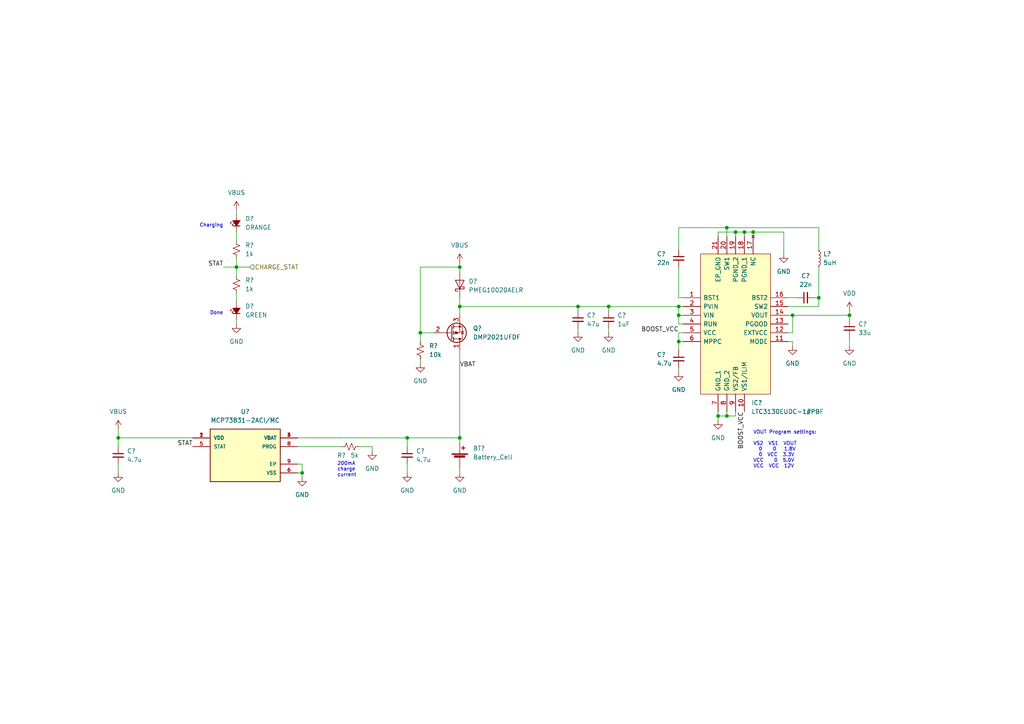
<source format=kicad_sch>
(kicad_sch (version 20211123) (generator eeschema)

  (uuid f898d68a-fed0-4b37-9e67-d53d7f30b840)

  (paper "A4")

  (lib_symbols
    (symbol "Device:Battery_Cell" (pin_numbers hide) (pin_names (offset 0) hide) (in_bom yes) (on_board yes)
      (property "Reference" "BT" (id 0) (at 2.54 2.54 0)
        (effects (font (size 1.27 1.27)) (justify left))
      )
      (property "Value" "Battery_Cell" (id 1) (at 2.54 0 0)
        (effects (font (size 1.27 1.27)) (justify left))
      )
      (property "Footprint" "" (id 2) (at 0 1.524 90)
        (effects (font (size 1.27 1.27)) hide)
      )
      (property "Datasheet" "~" (id 3) (at 0 1.524 90)
        (effects (font (size 1.27 1.27)) hide)
      )
      (property "ki_keywords" "battery cell" (id 4) (at 0 0 0)
        (effects (font (size 1.27 1.27)) hide)
      )
      (property "ki_description" "Single-cell battery" (id 5) (at 0 0 0)
        (effects (font (size 1.27 1.27)) hide)
      )
      (symbol "Battery_Cell_0_1"
        (rectangle (start -2.286 1.778) (end 2.286 1.524)
          (stroke (width 0) (type default) (color 0 0 0 0))
          (fill (type outline))
        )
        (rectangle (start -1.5748 1.1938) (end 1.4732 0.6858)
          (stroke (width 0) (type default) (color 0 0 0 0))
          (fill (type outline))
        )
        (polyline
          (pts
            (xy 0 0.762)
            (xy 0 0)
          )
          (stroke (width 0) (type default) (color 0 0 0 0))
          (fill (type none))
        )
        (polyline
          (pts
            (xy 0 1.778)
            (xy 0 2.54)
          )
          (stroke (width 0) (type default) (color 0 0 0 0))
          (fill (type none))
        )
        (polyline
          (pts
            (xy 0.508 3.429)
            (xy 1.524 3.429)
          )
          (stroke (width 0.254) (type default) (color 0 0 0 0))
          (fill (type none))
        )
        (polyline
          (pts
            (xy 1.016 3.937)
            (xy 1.016 2.921)
          )
          (stroke (width 0.254) (type default) (color 0 0 0 0))
          (fill (type none))
        )
      )
      (symbol "Battery_Cell_1_1"
        (pin passive line (at 0 5.08 270) (length 2.54)
          (name "+" (effects (font (size 1.27 1.27))))
          (number "1" (effects (font (size 1.27 1.27))))
        )
        (pin passive line (at 0 -2.54 90) (length 2.54)
          (name "-" (effects (font (size 1.27 1.27))))
          (number "2" (effects (font (size 1.27 1.27))))
        )
      )
    )
    (symbol "Device:C_Small" (pin_numbers hide) (pin_names (offset 0.254) hide) (in_bom yes) (on_board yes)
      (property "Reference" "C" (id 0) (at 0.254 1.778 0)
        (effects (font (size 1.27 1.27)) (justify left))
      )
      (property "Value" "C_Small" (id 1) (at 0.254 -2.032 0)
        (effects (font (size 1.27 1.27)) (justify left))
      )
      (property "Footprint" "" (id 2) (at 0 0 0)
        (effects (font (size 1.27 1.27)) hide)
      )
      (property "Datasheet" "~" (id 3) (at 0 0 0)
        (effects (font (size 1.27 1.27)) hide)
      )
      (property "ki_keywords" "capacitor cap" (id 4) (at 0 0 0)
        (effects (font (size 1.27 1.27)) hide)
      )
      (property "ki_description" "Unpolarized capacitor, small symbol" (id 5) (at 0 0 0)
        (effects (font (size 1.27 1.27)) hide)
      )
      (property "ki_fp_filters" "C_*" (id 6) (at 0 0 0)
        (effects (font (size 1.27 1.27)) hide)
      )
      (symbol "C_Small_0_1"
        (polyline
          (pts
            (xy -1.524 -0.508)
            (xy 1.524 -0.508)
          )
          (stroke (width 0.3302) (type default) (color 0 0 0 0))
          (fill (type none))
        )
        (polyline
          (pts
            (xy -1.524 0.508)
            (xy 1.524 0.508)
          )
          (stroke (width 0.3048) (type default) (color 0 0 0 0))
          (fill (type none))
        )
      )
      (symbol "C_Small_1_1"
        (pin passive line (at 0 2.54 270) (length 2.032)
          (name "~" (effects (font (size 1.27 1.27))))
          (number "1" (effects (font (size 1.27 1.27))))
        )
        (pin passive line (at 0 -2.54 90) (length 2.032)
          (name "~" (effects (font (size 1.27 1.27))))
          (number "2" (effects (font (size 1.27 1.27))))
        )
      )
    )
    (symbol "Device:LED_Small_Filled" (pin_numbers hide) (pin_names (offset 0.254) hide) (in_bom yes) (on_board yes)
      (property "Reference" "D" (id 0) (at -1.27 3.175 0)
        (effects (font (size 1.27 1.27)) (justify left))
      )
      (property "Value" "LED_Small_Filled" (id 1) (at -4.445 -2.54 0)
        (effects (font (size 1.27 1.27)) (justify left))
      )
      (property "Footprint" "" (id 2) (at 0 0 90)
        (effects (font (size 1.27 1.27)) hide)
      )
      (property "Datasheet" "~" (id 3) (at 0 0 90)
        (effects (font (size 1.27 1.27)) hide)
      )
      (property "ki_keywords" "LED diode light-emitting-diode" (id 4) (at 0 0 0)
        (effects (font (size 1.27 1.27)) hide)
      )
      (property "ki_description" "Light emitting diode, small symbol, filled shape" (id 5) (at 0 0 0)
        (effects (font (size 1.27 1.27)) hide)
      )
      (property "ki_fp_filters" "LED* LED_SMD:* LED_THT:*" (id 6) (at 0 0 0)
        (effects (font (size 1.27 1.27)) hide)
      )
      (symbol "LED_Small_Filled_0_1"
        (polyline
          (pts
            (xy -0.762 -1.016)
            (xy -0.762 1.016)
          )
          (stroke (width 0.254) (type default) (color 0 0 0 0))
          (fill (type none))
        )
        (polyline
          (pts
            (xy 1.016 0)
            (xy -0.762 0)
          )
          (stroke (width 0) (type default) (color 0 0 0 0))
          (fill (type none))
        )
        (polyline
          (pts
            (xy 0.762 -1.016)
            (xy -0.762 0)
            (xy 0.762 1.016)
            (xy 0.762 -1.016)
          )
          (stroke (width 0.254) (type default) (color 0 0 0 0))
          (fill (type outline))
        )
        (polyline
          (pts
            (xy 0 0.762)
            (xy -0.508 1.27)
            (xy -0.254 1.27)
            (xy -0.508 1.27)
            (xy -0.508 1.016)
          )
          (stroke (width 0) (type default) (color 0 0 0 0))
          (fill (type none))
        )
        (polyline
          (pts
            (xy 0.508 1.27)
            (xy 0 1.778)
            (xy 0.254 1.778)
            (xy 0 1.778)
            (xy 0 1.524)
          )
          (stroke (width 0) (type default) (color 0 0 0 0))
          (fill (type none))
        )
      )
      (symbol "LED_Small_Filled_1_1"
        (pin passive line (at -2.54 0 0) (length 1.778)
          (name "K" (effects (font (size 1.27 1.27))))
          (number "1" (effects (font (size 1.27 1.27))))
        )
        (pin passive line (at 2.54 0 180) (length 1.778)
          (name "A" (effects (font (size 1.27 1.27))))
          (number "2" (effects (font (size 1.27 1.27))))
        )
      )
    )
    (symbol "Device:L_Small" (pin_numbers hide) (pin_names (offset 0.254) hide) (in_bom yes) (on_board yes)
      (property "Reference" "L" (id 0) (at 0.762 1.016 0)
        (effects (font (size 1.27 1.27)) (justify left))
      )
      (property "Value" "L_Small" (id 1) (at 0.762 -1.016 0)
        (effects (font (size 1.27 1.27)) (justify left))
      )
      (property "Footprint" "" (id 2) (at 0 0 0)
        (effects (font (size 1.27 1.27)) hide)
      )
      (property "Datasheet" "~" (id 3) (at 0 0 0)
        (effects (font (size 1.27 1.27)) hide)
      )
      (property "ki_keywords" "inductor choke coil reactor magnetic" (id 4) (at 0 0 0)
        (effects (font (size 1.27 1.27)) hide)
      )
      (property "ki_description" "Inductor, small symbol" (id 5) (at 0 0 0)
        (effects (font (size 1.27 1.27)) hide)
      )
      (property "ki_fp_filters" "Choke_* *Coil* Inductor_* L_*" (id 6) (at 0 0 0)
        (effects (font (size 1.27 1.27)) hide)
      )
      (symbol "L_Small_0_1"
        (arc (start 0 -2.032) (mid 0.508 -1.524) (end 0 -1.016)
          (stroke (width 0) (type default) (color 0 0 0 0))
          (fill (type none))
        )
        (arc (start 0 -1.016) (mid 0.508 -0.508) (end 0 0)
          (stroke (width 0) (type default) (color 0 0 0 0))
          (fill (type none))
        )
        (arc (start 0 0) (mid 0.508 0.508) (end 0 1.016)
          (stroke (width 0) (type default) (color 0 0 0 0))
          (fill (type none))
        )
        (arc (start 0 1.016) (mid 0.508 1.524) (end 0 2.032)
          (stroke (width 0) (type default) (color 0 0 0 0))
          (fill (type none))
        )
      )
      (symbol "L_Small_1_1"
        (pin passive line (at 0 2.54 270) (length 0.508)
          (name "~" (effects (font (size 1.27 1.27))))
          (number "1" (effects (font (size 1.27 1.27))))
        )
        (pin passive line (at 0 -2.54 90) (length 0.508)
          (name "~" (effects (font (size 1.27 1.27))))
          (number "2" (effects (font (size 1.27 1.27))))
        )
      )
    )
    (symbol "Device:Q_PMOS_DGS" (pin_names (offset 0) hide) (in_bom yes) (on_board yes)
      (property "Reference" "Q" (id 0) (at 5.08 1.27 0)
        (effects (font (size 1.27 1.27)) (justify left))
      )
      (property "Value" "Q_PMOS_DGS" (id 1) (at 5.08 -1.27 0)
        (effects (font (size 1.27 1.27)) (justify left))
      )
      (property "Footprint" "" (id 2) (at 5.08 2.54 0)
        (effects (font (size 1.27 1.27)) hide)
      )
      (property "Datasheet" "~" (id 3) (at 0 0 0)
        (effects (font (size 1.27 1.27)) hide)
      )
      (property "ki_keywords" "transistor PMOS P-MOS P-MOSFET" (id 4) (at 0 0 0)
        (effects (font (size 1.27 1.27)) hide)
      )
      (property "ki_description" "P-MOSFET transistor, drain/gate/source" (id 5) (at 0 0 0)
        (effects (font (size 1.27 1.27)) hide)
      )
      (symbol "Q_PMOS_DGS_0_1"
        (polyline
          (pts
            (xy 0.254 0)
            (xy -2.54 0)
          )
          (stroke (width 0) (type default) (color 0 0 0 0))
          (fill (type none))
        )
        (polyline
          (pts
            (xy 0.254 1.905)
            (xy 0.254 -1.905)
          )
          (stroke (width 0.254) (type default) (color 0 0 0 0))
          (fill (type none))
        )
        (polyline
          (pts
            (xy 0.762 -1.27)
            (xy 0.762 -2.286)
          )
          (stroke (width 0.254) (type default) (color 0 0 0 0))
          (fill (type none))
        )
        (polyline
          (pts
            (xy 0.762 0.508)
            (xy 0.762 -0.508)
          )
          (stroke (width 0.254) (type default) (color 0 0 0 0))
          (fill (type none))
        )
        (polyline
          (pts
            (xy 0.762 2.286)
            (xy 0.762 1.27)
          )
          (stroke (width 0.254) (type default) (color 0 0 0 0))
          (fill (type none))
        )
        (polyline
          (pts
            (xy 2.54 2.54)
            (xy 2.54 1.778)
          )
          (stroke (width 0) (type default) (color 0 0 0 0))
          (fill (type none))
        )
        (polyline
          (pts
            (xy 2.54 -2.54)
            (xy 2.54 0)
            (xy 0.762 0)
          )
          (stroke (width 0) (type default) (color 0 0 0 0))
          (fill (type none))
        )
        (polyline
          (pts
            (xy 0.762 1.778)
            (xy 3.302 1.778)
            (xy 3.302 -1.778)
            (xy 0.762 -1.778)
          )
          (stroke (width 0) (type default) (color 0 0 0 0))
          (fill (type none))
        )
        (polyline
          (pts
            (xy 2.286 0)
            (xy 1.27 0.381)
            (xy 1.27 -0.381)
            (xy 2.286 0)
          )
          (stroke (width 0) (type default) (color 0 0 0 0))
          (fill (type outline))
        )
        (polyline
          (pts
            (xy 2.794 -0.508)
            (xy 2.921 -0.381)
            (xy 3.683 -0.381)
            (xy 3.81 -0.254)
          )
          (stroke (width 0) (type default) (color 0 0 0 0))
          (fill (type none))
        )
        (polyline
          (pts
            (xy 3.302 -0.381)
            (xy 2.921 0.254)
            (xy 3.683 0.254)
            (xy 3.302 -0.381)
          )
          (stroke (width 0) (type default) (color 0 0 0 0))
          (fill (type none))
        )
        (circle (center 1.651 0) (radius 2.794)
          (stroke (width 0.254) (type default) (color 0 0 0 0))
          (fill (type none))
        )
        (circle (center 2.54 -1.778) (radius 0.254)
          (stroke (width 0) (type default) (color 0 0 0 0))
          (fill (type outline))
        )
        (circle (center 2.54 1.778) (radius 0.254)
          (stroke (width 0) (type default) (color 0 0 0 0))
          (fill (type outline))
        )
      )
      (symbol "Q_PMOS_DGS_1_1"
        (pin passive line (at 2.54 5.08 270) (length 2.54)
          (name "D" (effects (font (size 1.27 1.27))))
          (number "1" (effects (font (size 1.27 1.27))))
        )
        (pin input line (at -5.08 0 0) (length 2.54)
          (name "G" (effects (font (size 1.27 1.27))))
          (number "2" (effects (font (size 1.27 1.27))))
        )
        (pin passive line (at 2.54 -5.08 90) (length 2.54)
          (name "S" (effects (font (size 1.27 1.27))))
          (number "3" (effects (font (size 1.27 1.27))))
        )
      )
    )
    (symbol "Device:R_Small_US" (pin_numbers hide) (pin_names (offset 0.254) hide) (in_bom yes) (on_board yes)
      (property "Reference" "R" (id 0) (at 0.762 0.508 0)
        (effects (font (size 1.27 1.27)) (justify left))
      )
      (property "Value" "R_Small_US" (id 1) (at 0.762 -1.016 0)
        (effects (font (size 1.27 1.27)) (justify left))
      )
      (property "Footprint" "" (id 2) (at 0 0 0)
        (effects (font (size 1.27 1.27)) hide)
      )
      (property "Datasheet" "~" (id 3) (at 0 0 0)
        (effects (font (size 1.27 1.27)) hide)
      )
      (property "ki_keywords" "r resistor" (id 4) (at 0 0 0)
        (effects (font (size 1.27 1.27)) hide)
      )
      (property "ki_description" "Resistor, small US symbol" (id 5) (at 0 0 0)
        (effects (font (size 1.27 1.27)) hide)
      )
      (property "ki_fp_filters" "R_*" (id 6) (at 0 0 0)
        (effects (font (size 1.27 1.27)) hide)
      )
      (symbol "R_Small_US_1_1"
        (polyline
          (pts
            (xy 0 0)
            (xy 1.016 -0.381)
            (xy 0 -0.762)
            (xy -1.016 -1.143)
            (xy 0 -1.524)
          )
          (stroke (width 0) (type default) (color 0 0 0 0))
          (fill (type none))
        )
        (polyline
          (pts
            (xy 0 1.524)
            (xy 1.016 1.143)
            (xy 0 0.762)
            (xy -1.016 0.381)
            (xy 0 0)
          )
          (stroke (width 0) (type default) (color 0 0 0 0))
          (fill (type none))
        )
        (pin passive line (at 0 2.54 270) (length 1.016)
          (name "~" (effects (font (size 1.27 1.27))))
          (number "1" (effects (font (size 1.27 1.27))))
        )
        (pin passive line (at 0 -2.54 90) (length 1.016)
          (name "~" (effects (font (size 1.27 1.27))))
          (number "2" (effects (font (size 1.27 1.27))))
        )
      )
    )
    (symbol "Diode:PMEG10020AELR" (pin_numbers hide) (pin_names hide) (in_bom yes) (on_board yes)
      (property "Reference" "D" (id 0) (at 0 2.54 0)
        (effects (font (size 1.27 1.27)))
      )
      (property "Value" "PMEG10020AELR" (id 1) (at 0 -2.54 0)
        (effects (font (size 1.27 1.27)))
      )
      (property "Footprint" "Diode_SMD:Nexperia_CFP3_SOD-123W" (id 2) (at 0 -4.445 0)
        (effects (font (size 1.27 1.27)) hide)
      )
      (property "Datasheet" "https://assets.nexperia.com/documents/data-sheet/PMEG10020AELR.pdf" (id 3) (at 0 0 0)
        (effects (font (size 1.27 1.27)) hide)
      )
      (property "ki_keywords" "ir diode" (id 4) (at 0 0 0)
        (effects (font (size 1.27 1.27)) hide)
      )
      (property "ki_description" "100V, 2A low leakage current MEGA Schottky barrier rectifier, SOD-123W" (id 5) (at 0 0 0)
        (effects (font (size 1.27 1.27)) hide)
      )
      (property "ki_fp_filters" "Nexperia*CFP3*SOD?123W*" (id 6) (at 0 0 0)
        (effects (font (size 1.27 1.27)) hide)
      )
      (symbol "PMEG10020AELR_0_1"
        (polyline
          (pts
            (xy 1.27 0)
            (xy -1.27 0)
          )
          (stroke (width 0) (type default) (color 0 0 0 0))
          (fill (type none))
        )
        (polyline
          (pts
            (xy 1.27 1.27)
            (xy 1.27 -1.27)
            (xy -1.27 0)
            (xy 1.27 1.27)
          )
          (stroke (width 0.2032) (type default) (color 0 0 0 0))
          (fill (type none))
        )
        (polyline
          (pts
            (xy -1.905 0.635)
            (xy -1.905 1.27)
            (xy -1.27 1.27)
            (xy -1.27 -1.27)
            (xy -0.635 -1.27)
            (xy -0.635 -0.635)
          )
          (stroke (width 0.2032) (type default) (color 0 0 0 0))
          (fill (type none))
        )
      )
      (symbol "PMEG10020AELR_1_1"
        (pin passive line (at -3.81 0 0) (length 2.54)
          (name "K" (effects (font (size 1.27 1.27))))
          (number "1" (effects (font (size 1.27 1.27))))
        )
        (pin passive line (at 3.81 0 180) (length 2.54)
          (name "A" (effects (font (size 1.27 1.27))))
          (number "2" (effects (font (size 1.27 1.27))))
        )
      )
    )
    (symbol "power:GND" (power) (pin_names (offset 0)) (in_bom yes) (on_board yes)
      (property "Reference" "#PWR" (id 0) (at 0 -6.35 0)
        (effects (font (size 1.27 1.27)) hide)
      )
      (property "Value" "GND" (id 1) (at 0 -3.81 0)
        (effects (font (size 1.27 1.27)))
      )
      (property "Footprint" "" (id 2) (at 0 0 0)
        (effects (font (size 1.27 1.27)) hide)
      )
      (property "Datasheet" "" (id 3) (at 0 0 0)
        (effects (font (size 1.27 1.27)) hide)
      )
      (property "ki_keywords" "power-flag" (id 4) (at 0 0 0)
        (effects (font (size 1.27 1.27)) hide)
      )
      (property "ki_description" "Power symbol creates a global label with name \"GND\" , ground" (id 5) (at 0 0 0)
        (effects (font (size 1.27 1.27)) hide)
      )
      (symbol "GND_0_1"
        (polyline
          (pts
            (xy 0 0)
            (xy 0 -1.27)
            (xy 1.27 -1.27)
            (xy 0 -2.54)
            (xy -1.27 -1.27)
            (xy 0 -1.27)
          )
          (stroke (width 0) (type default) (color 0 0 0 0))
          (fill (type none))
        )
      )
      (symbol "GND_1_1"
        (pin power_in line (at 0 0 270) (length 0) hide
          (name "GND" (effects (font (size 1.27 1.27))))
          (number "1" (effects (font (size 1.27 1.27))))
        )
      )
    )
    (symbol "power:VBUS" (power) (pin_names (offset 0)) (in_bom yes) (on_board yes)
      (property "Reference" "#PWR" (id 0) (at 0 -3.81 0)
        (effects (font (size 1.27 1.27)) hide)
      )
      (property "Value" "VBUS" (id 1) (at 0 3.81 0)
        (effects (font (size 1.27 1.27)))
      )
      (property "Footprint" "" (id 2) (at 0 0 0)
        (effects (font (size 1.27 1.27)) hide)
      )
      (property "Datasheet" "" (id 3) (at 0 0 0)
        (effects (font (size 1.27 1.27)) hide)
      )
      (property "ki_keywords" "power-flag" (id 4) (at 0 0 0)
        (effects (font (size 1.27 1.27)) hide)
      )
      (property "ki_description" "Power symbol creates a global label with name \"VBUS\"" (id 5) (at 0 0 0)
        (effects (font (size 1.27 1.27)) hide)
      )
      (symbol "VBUS_0_1"
        (polyline
          (pts
            (xy -0.762 1.27)
            (xy 0 2.54)
          )
          (stroke (width 0) (type default) (color 0 0 0 0))
          (fill (type none))
        )
        (polyline
          (pts
            (xy 0 0)
            (xy 0 2.54)
          )
          (stroke (width 0) (type default) (color 0 0 0 0))
          (fill (type none))
        )
        (polyline
          (pts
            (xy 0 2.54)
            (xy 0.762 1.27)
          )
          (stroke (width 0) (type default) (color 0 0 0 0))
          (fill (type none))
        )
      )
      (symbol "VBUS_1_1"
        (pin power_in line (at 0 0 90) (length 0) hide
          (name "VBUS" (effects (font (size 1.27 1.27))))
          (number "1" (effects (font (size 1.27 1.27))))
        )
      )
    )
    (symbol "power:VDD" (power) (pin_names (offset 0)) (in_bom yes) (on_board yes)
      (property "Reference" "#PWR" (id 0) (at 0 -3.81 0)
        (effects (font (size 1.27 1.27)) hide)
      )
      (property "Value" "VDD" (id 1) (at 0 3.81 0)
        (effects (font (size 1.27 1.27)))
      )
      (property "Footprint" "" (id 2) (at 0 0 0)
        (effects (font (size 1.27 1.27)) hide)
      )
      (property "Datasheet" "" (id 3) (at 0 0 0)
        (effects (font (size 1.27 1.27)) hide)
      )
      (property "ki_keywords" "power-flag" (id 4) (at 0 0 0)
        (effects (font (size 1.27 1.27)) hide)
      )
      (property "ki_description" "Power symbol creates a global label with name \"VDD\"" (id 5) (at 0 0 0)
        (effects (font (size 1.27 1.27)) hide)
      )
      (symbol "VDD_0_1"
        (polyline
          (pts
            (xy -0.762 1.27)
            (xy 0 2.54)
          )
          (stroke (width 0) (type default) (color 0 0 0 0))
          (fill (type none))
        )
        (polyline
          (pts
            (xy 0 0)
            (xy 0 2.54)
          )
          (stroke (width 0) (type default) (color 0 0 0 0))
          (fill (type none))
        )
        (polyline
          (pts
            (xy 0 2.54)
            (xy 0.762 1.27)
          )
          (stroke (width 0) (type default) (color 0 0 0 0))
          (fill (type none))
        )
      )
      (symbol "VDD_1_1"
        (pin power_in line (at 0 0 90) (length 0) hide
          (name "VDD" (effects (font (size 1.27 1.27))))
          (number "1" (effects (font (size 1.27 1.27))))
        )
      )
    )
    (symbol "watch:LTC3130EUDC-1#PBF" (pin_names (offset 0.762)) (in_bom yes) (on_board yes)
      (property "Reference" "IC" (id 0) (at 26.67 17.78 0)
        (effects (font (size 1.27 1.27)) (justify left))
      )
      (property "Value" "LTC3130EUDC-1#PBF" (id 1) (at 26.67 15.24 0)
        (effects (font (size 1.27 1.27)) (justify left))
      )
      (property "Footprint" "QFN50P300X400X80-21M-D" (id 2) (at 26.67 12.7 0)
        (effects (font (size 1.27 1.27)) (justify left) hide)
      )
      (property "Datasheet" "https://www.analog.com/media/en/technical-documentation/data-sheets/3130f.pdf" (id 3) (at 26.67 10.16 0)
        (effects (font (size 1.27 1.27)) (justify left) hide)
      )
      (property "Description" "Switching Voltage Regulators 25V, 600mA Buck-Boost DC/DC Converter with 1.6 A Quiescent Current" (id 4) (at 26.67 7.62 0)
        (effects (font (size 1.27 1.27)) (justify left) hide)
      )
      (property "Height" "0.8" (id 5) (at 26.67 5.08 0)
        (effects (font (size 1.27 1.27)) (justify left) hide)
      )
      (property "Mouser Part Number" "584-LTC3130EUDC-1PBF" (id 6) (at 26.67 2.54 0)
        (effects (font (size 1.27 1.27)) (justify left) hide)
      )
      (property "Mouser Price/Stock" "https://www.mouser.co.uk/ProductDetail/Analog-Devices/LTC3130EUDC-1PBF?qs=oahfZPh6IAJ7h%252BGEAv2v9w%3D%3D" (id 7) (at 26.67 0 0)
        (effects (font (size 1.27 1.27)) (justify left) hide)
      )
      (property "Manufacturer_Name" "Analog Devices" (id 8) (at 26.67 -2.54 0)
        (effects (font (size 1.27 1.27)) (justify left) hide)
      )
      (property "Manufacturer_Part_Number" "LTC3130EUDC-1#PBF" (id 9) (at 26.67 -5.08 0)
        (effects (font (size 1.27 1.27)) (justify left) hide)
      )
      (property "ki_description" "Switching Voltage Regulators 25V, 600mA Buck-Boost DC/DC Converter with 1.6 A Quiescent Current" (id 10) (at 0 0 0)
        (effects (font (size 1.27 1.27)) hide)
      )
      (symbol "LTC3130EUDC-1#PBF_0_0"
        (pin passive line (at 0 0 0) (length 5.08)
          (name "BST1" (effects (font (size 1.27 1.27))))
          (number "1" (effects (font (size 1.27 1.27))))
        )
        (pin passive line (at 17.78 -33.02 90) (length 5.08)
          (name "VS1/ILIM" (effects (font (size 1.27 1.27))))
          (number "10" (effects (font (size 1.27 1.27))))
        )
        (pin passive line (at 30.48 -12.7 180) (length 5.08)
          (name "MODE" (effects (font (size 1.27 1.27))))
          (number "11" (effects (font (size 1.27 1.27))))
        )
        (pin passive line (at 30.48 -10.16 180) (length 5.08)
          (name "EXTVCC" (effects (font (size 1.27 1.27))))
          (number "12" (effects (font (size 1.27 1.27))))
        )
        (pin passive line (at 30.48 -7.62 180) (length 5.08)
          (name "PGOOD" (effects (font (size 1.27 1.27))))
          (number "13" (effects (font (size 1.27 1.27))))
        )
        (pin passive line (at 30.48 -5.08 180) (length 5.08)
          (name "VOUT" (effects (font (size 1.27 1.27))))
          (number "14" (effects (font (size 1.27 1.27))))
        )
        (pin passive line (at 30.48 -2.54 180) (length 5.08)
          (name "SW2" (effects (font (size 1.27 1.27))))
          (number "15" (effects (font (size 1.27 1.27))))
        )
        (pin passive line (at 30.48 0 180) (length 5.08)
          (name "BST2" (effects (font (size 1.27 1.27))))
          (number "16" (effects (font (size 1.27 1.27))))
        )
        (pin no_connect line (at 20.32 17.78 270) (length 5.08)
          (name "NC" (effects (font (size 1.27 1.27))))
          (number "17" (effects (font (size 1.27 1.27))))
        )
        (pin passive line (at 17.78 17.78 270) (length 5.08)
          (name "PGND_1" (effects (font (size 1.27 1.27))))
          (number "18" (effects (font (size 1.27 1.27))))
        )
        (pin passive line (at 15.24 17.78 270) (length 5.08)
          (name "PGND_2" (effects (font (size 1.27 1.27))))
          (number "19" (effects (font (size 1.27 1.27))))
        )
        (pin passive line (at 0 -2.54 0) (length 5.08)
          (name "PVIN" (effects (font (size 1.27 1.27))))
          (number "2" (effects (font (size 1.27 1.27))))
        )
        (pin passive line (at 12.7 17.78 270) (length 5.08)
          (name "SW1" (effects (font (size 1.27 1.27))))
          (number "20" (effects (font (size 1.27 1.27))))
        )
        (pin passive line (at 10.16 17.78 270) (length 5.08)
          (name "EP_GND" (effects (font (size 1.27 1.27))))
          (number "21" (effects (font (size 1.27 1.27))))
        )
        (pin passive line (at 0 -5.08 0) (length 5.08)
          (name "VIN" (effects (font (size 1.27 1.27))))
          (number "3" (effects (font (size 1.27 1.27))))
        )
        (pin passive line (at 0 -7.62 0) (length 5.08)
          (name "RUN" (effects (font (size 1.27 1.27))))
          (number "4" (effects (font (size 1.27 1.27))))
        )
        (pin passive line (at 0 -10.16 0) (length 5.08)
          (name "VCC" (effects (font (size 1.27 1.27))))
          (number "5" (effects (font (size 1.27 1.27))))
        )
        (pin passive line (at 0 -12.7 0) (length 5.08)
          (name "MPPC" (effects (font (size 1.27 1.27))))
          (number "6" (effects (font (size 1.27 1.27))))
        )
        (pin passive line (at 10.16 -33.02 90) (length 5.08)
          (name "GND_1" (effects (font (size 1.27 1.27))))
          (number "7" (effects (font (size 1.27 1.27))))
        )
        (pin passive line (at 12.7 -33.02 90) (length 5.08)
          (name "GND_2" (effects (font (size 1.27 1.27))))
          (number "8" (effects (font (size 1.27 1.27))))
        )
        (pin passive line (at 15.24 -33.02 90) (length 5.08)
          (name "VS2/FB" (effects (font (size 1.27 1.27))))
          (number "9" (effects (font (size 1.27 1.27))))
        )
      )
      (symbol "LTC3130EUDC-1#PBF_0_1"
        (polyline
          (pts
            (xy 5.08 12.7)
            (xy 25.4 12.7)
            (xy 25.4 -27.94)
            (xy 5.08 -27.94)
            (xy 5.08 12.7)
          )
          (stroke (width 0.1524) (type default) (color 0 0 0 0))
          (fill (type background))
        )
      )
    )
    (symbol "watch:MCP73831-2ACI{brace}slash}MC" (pin_names (offset 1.016)) (in_bom yes) (on_board yes)
      (property "Reference" "U" (id 0) (at -10.16 7.62 0)
        (effects (font (size 1.27 1.27)) (justify left bottom))
      )
      (property "Value" "MCP73831-2ACI{brace}slash}MC" (id 1) (at -10.16 -10.16 0)
        (effects (font (size 1.27 1.27)) (justify left bottom))
      )
      (property "Footprint" "watch:SON50P200X300X100-9N" (id 2) (at 0 0 0)
        (effects (font (size 1.27 1.27)) (justify bottom) hide)
      )
      (property "Datasheet" "" (id 3) (at 0 0 0)
        (effects (font (size 1.27 1.27)) hide)
      )
      (property "PARTREV" "G" (id 4) (at 0 0 0)
        (effects (font (size 1.27 1.27)) (justify bottom) hide)
      )
      (property "STANDARD" "IPC 7351B" (id 5) (at 0 0 0)
        (effects (font (size 1.27 1.27)) (justify bottom) hide)
      )
      (property "MANUFACTURER" "MICROCHIP" (id 6) (at 0 0 0)
        (effects (font (size 1.27 1.27)) (justify bottom) hide)
      )
      (symbol "MCP73831-2ACI{brace}slash}MC_0_0"
        (rectangle (start -10.16 -7.62) (end 10.16 7.62)
          (stroke (width 0.254) (type default) (color 0 0 0 0))
          (fill (type background))
        )
        (pin power_in line (at -15.24 5.08 0) (length 5.08)
          (name "VDD" (effects (font (size 1.016 1.016))))
          (number "1" (effects (font (size 1.016 1.016))))
        )
        (pin power_in line (at -15.24 5.08 0) (length 5.08)
          (name "VDD" (effects (font (size 1.016 1.016))))
          (number "2" (effects (font (size 1.016 1.016))))
        )
        (pin output line (at 15.24 5.08 180) (length 5.08)
          (name "VBAT" (effects (font (size 1.016 1.016))))
          (number "3" (effects (font (size 1.016 1.016))))
        )
        (pin output line (at 15.24 5.08 180) (length 5.08)
          (name "VBAT" (effects (font (size 1.016 1.016))))
          (number "4" (effects (font (size 1.016 1.016))))
        )
        (pin output line (at -15.24 2.54 0) (length 5.08)
          (name "STAT" (effects (font (size 1.016 1.016))))
          (number "5" (effects (font (size 1.016 1.016))))
        )
        (pin power_in line (at 15.24 -5.08 180) (length 5.08)
          (name "VSS" (effects (font (size 1.016 1.016))))
          (number "6" (effects (font (size 1.016 1.016))))
        )
        (pin input line (at 15.24 2.54 180) (length 5.08)
          (name "PROG" (effects (font (size 1.016 1.016))))
          (number "8" (effects (font (size 1.016 1.016))))
        )
        (pin power_in line (at 15.24 -2.54 180) (length 5.08)
          (name "EP" (effects (font (size 1.016 1.016))))
          (number "9" (effects (font (size 1.016 1.016))))
        )
      )
    )
  )

  (junction (at 133.35 77.47) (diameter 0) (color 0 0 0 0)
    (uuid 1d1dff38-ffe0-491a-a195-164b0070f75a)
  )
  (junction (at 208.28 120.65) (diameter 0) (color 0 0 0 0)
    (uuid 1e668cde-5289-4f8e-b5c4-5957d979fde9)
  )
  (junction (at 218.44 67.31) (diameter 0) (color 0 0 0 0)
    (uuid 1eff64e2-3f14-4f2f-b2bf-1c68aade2848)
  )
  (junction (at 229.87 91.44) (diameter 0) (color 0 0 0 0)
    (uuid 2baa7c99-a9fe-42e8-bba5-9b6c729e76bb)
  )
  (junction (at 176.53 88.9) (diameter 0) (color 0 0 0 0)
    (uuid 2c412a17-474a-4d18-bc51-b7f5359eb815)
  )
  (junction (at 196.85 99.06) (diameter 0) (color 0 0 0 0)
    (uuid 3452ed5a-dfa9-40e9-8549-f2b6d29c853b)
  )
  (junction (at 215.9 67.31) (diameter 0) (color 0 0 0 0)
    (uuid 4c5b2030-6b6a-4187-aeec-5a4937c54177)
  )
  (junction (at 213.36 67.31) (diameter 0) (color 0 0 0 0)
    (uuid 4dd2e157-1575-4357-87e4-711d45cd2b57)
  )
  (junction (at 167.64 88.9) (diameter 0) (color 0 0 0 0)
    (uuid 4fccdda6-c9ca-44db-b5f4-bfc1be50399c)
  )
  (junction (at 34.29 127) (diameter 0) (color 0 0 0 0)
    (uuid 51a41aa8-6569-4d87-8f68-b0436dcac5ce)
  )
  (junction (at 210.82 66.04) (diameter 0) (color 0 0 0 0)
    (uuid 6fb4845c-a6a2-4d4b-aff8-59ed57df9184)
  )
  (junction (at 237.49 86.36) (diameter 0) (color 0 0 0 0)
    (uuid 775ec932-53fd-4172-8dde-4d8f15103279)
  )
  (junction (at 87.63 137.16) (diameter 0) (color 0 0 0 0)
    (uuid 8251d6e9-db9a-4428-980e-38c9abd7138e)
  )
  (junction (at 196.85 88.9) (diameter 0) (color 0 0 0 0)
    (uuid 84577ae3-e0cc-4c22-8106-7e044f37d4f9)
  )
  (junction (at 118.11 127) (diameter 0) (color 0 0 0 0)
    (uuid 8c7fd3e2-620e-4e7a-b249-2253b09fb867)
  )
  (junction (at 210.82 120.65) (diameter 0) (color 0 0 0 0)
    (uuid 91abdb1e-1c54-46f5-8766-3fb1a8a4b94d)
  )
  (junction (at 121.92 96.52) (diameter 0) (color 0 0 0 0)
    (uuid 957241f9-641d-4f9d-a58c-4dacaaaf6f3f)
  )
  (junction (at 133.35 127) (diameter 0) (color 0 0 0 0)
    (uuid acdc4ad0-69fa-4d10-bbab-b85c1ada7451)
  )
  (junction (at 246.38 91.44) (diameter 0) (color 0 0 0 0)
    (uuid e9cced6f-4e2f-4f66-8d03-30313a3918e4)
  )
  (junction (at 133.35 88.9) (diameter 0) (color 0 0 0 0)
    (uuid eda9cda3-2b30-404c-917d-04ec125a5630)
  )
  (junction (at 68.58 77.47) (diameter 0) (color 0 0 0 0)
    (uuid f50c2e2d-888b-4b52-a43c-74a87f0100a1)
  )
  (junction (at 196.85 91.44) (diameter 0) (color 0 0 0 0)
    (uuid f5f300e2-d1f7-4a94-9df5-cf28615763b9)
  )

  (wire (pts (xy 87.63 137.16) (xy 86.36 137.16))
    (stroke (width 0) (type default) (color 0 0 0 0))
    (uuid 0450197f-dc7f-42ea-aa8c-f940cd728a94)
  )
  (wire (pts (xy 227.33 67.31) (xy 227.33 73.66))
    (stroke (width 0) (type default) (color 0 0 0 0))
    (uuid 05407f56-cc21-4303-87aa-c2cc05f0365f)
  )
  (wire (pts (xy 167.64 95.25) (xy 167.64 96.52))
    (stroke (width 0) (type default) (color 0 0 0 0))
    (uuid 07380c39-1d47-4d18-8130-ac388464bb2a)
  )
  (wire (pts (xy 167.64 88.9) (xy 133.35 88.9))
    (stroke (width 0) (type default) (color 0 0 0 0))
    (uuid 0deb1daa-6b11-4523-b52a-1788dff64809)
  )
  (wire (pts (xy 229.87 100.33) (xy 229.87 99.06))
    (stroke (width 0) (type default) (color 0 0 0 0))
    (uuid 132f6336-348c-447a-b55f-8114f599cafb)
  )
  (wire (pts (xy 176.53 88.9) (xy 176.53 90.17))
    (stroke (width 0) (type default) (color 0 0 0 0))
    (uuid 18fdf4f2-f6d9-4242-93fa-921bf8bfb3db)
  )
  (wire (pts (xy 176.53 88.9) (xy 196.85 88.9))
    (stroke (width 0) (type default) (color 0 0 0 0))
    (uuid 1acda786-7657-4cae-845a-29d45752371d)
  )
  (wire (pts (xy 198.12 88.9) (xy 196.85 88.9))
    (stroke (width 0) (type default) (color 0 0 0 0))
    (uuid 2321c6ec-5f09-4cb3-9e27-3c0b7484297f)
  )
  (wire (pts (xy 118.11 127) (xy 118.11 129.54))
    (stroke (width 0) (type default) (color 0 0 0 0))
    (uuid 24935edf-27ff-4ca5-bcc6-50dec2168a79)
  )
  (wire (pts (xy 34.29 127) (xy 55.88 127))
    (stroke (width 0) (type default) (color 0 0 0 0))
    (uuid 28f0b721-358f-4f9d-b833-87e250ac1f07)
  )
  (wire (pts (xy 198.12 99.06) (xy 196.85 99.06))
    (stroke (width 0) (type default) (color 0 0 0 0))
    (uuid 2909b9d6-c8b9-42ae-b055-ed70dd83a3b9)
  )
  (wire (pts (xy 86.36 127) (xy 118.11 127))
    (stroke (width 0) (type default) (color 0 0 0 0))
    (uuid 2bc7f870-e06f-4d40-a291-45505bede9f3)
  )
  (wire (pts (xy 118.11 134.62) (xy 118.11 137.16))
    (stroke (width 0) (type default) (color 0 0 0 0))
    (uuid 2e3152db-d7bb-42e3-9cf8-0afeed4c4531)
  )
  (wire (pts (xy 218.44 67.31) (xy 218.44 68.58))
    (stroke (width 0) (type default) (color 0 0 0 0))
    (uuid 326b5056-b0bb-4a4f-bd77-bed734125997)
  )
  (wire (pts (xy 196.85 86.36) (xy 198.12 86.36))
    (stroke (width 0) (type default) (color 0 0 0 0))
    (uuid 33fb4002-ddd4-4c63-b0bd-758d89f22555)
  )
  (wire (pts (xy 228.6 91.44) (xy 229.87 91.44))
    (stroke (width 0) (type default) (color 0 0 0 0))
    (uuid 353736f8-42f1-48ca-9029-91c0baa101d3)
  )
  (wire (pts (xy 196.85 66.04) (xy 210.82 66.04))
    (stroke (width 0) (type default) (color 0 0 0 0))
    (uuid 43081cb8-65c4-477b-a9d8-025383d785ee)
  )
  (wire (pts (xy 229.87 96.52) (xy 228.6 96.52))
    (stroke (width 0) (type default) (color 0 0 0 0))
    (uuid 4536ed1a-4436-4f49-ac33-db40898171b5)
  )
  (wire (pts (xy 196.85 93.98) (xy 196.85 91.44))
    (stroke (width 0) (type default) (color 0 0 0 0))
    (uuid 51fc1844-e617-44ed-8ec1-6b30996d3ecb)
  )
  (wire (pts (xy 213.36 67.31) (xy 215.9 67.31))
    (stroke (width 0) (type default) (color 0 0 0 0))
    (uuid 523f02e7-92f2-4b95-abc8-2933a29758c4)
  )
  (wire (pts (xy 208.28 120.65) (xy 210.82 120.65))
    (stroke (width 0) (type default) (color 0 0 0 0))
    (uuid 52860ee8-9141-49fb-9e6f-ac4fd499a67e)
  )
  (wire (pts (xy 196.85 91.44) (xy 198.12 91.44))
    (stroke (width 0) (type default) (color 0 0 0 0))
    (uuid 547c0292-24b4-4b34-9ce2-4131a8761391)
  )
  (wire (pts (xy 196.85 99.06) (xy 196.85 96.52))
    (stroke (width 0) (type default) (color 0 0 0 0))
    (uuid 6074f6d9-43b4-45f1-807f-7ddca3e0dac4)
  )
  (wire (pts (xy 210.82 119.38) (xy 210.82 120.65))
    (stroke (width 0) (type default) (color 0 0 0 0))
    (uuid 60ee2be0-c467-4c15-b23e-ca9b9d4c54f7)
  )
  (wire (pts (xy 176.53 95.25) (xy 176.53 96.52))
    (stroke (width 0) (type default) (color 0 0 0 0))
    (uuid 62c11377-9f91-4fd9-9d3a-5a8d62d505d0)
  )
  (wire (pts (xy 213.36 67.31) (xy 213.36 68.58))
    (stroke (width 0) (type default) (color 0 0 0 0))
    (uuid 62e31000-2c28-4d62-a560-dd29e53e9043)
  )
  (wire (pts (xy 210.82 68.58) (xy 210.82 66.04))
    (stroke (width 0) (type default) (color 0 0 0 0))
    (uuid 66718353-56cd-4844-b800-fe30a797c42a)
  )
  (wire (pts (xy 133.35 77.47) (xy 133.35 78.74))
    (stroke (width 0) (type default) (color 0 0 0 0))
    (uuid 69309538-6aad-4066-a109-1de3e0005b19)
  )
  (wire (pts (xy 196.85 101.6) (xy 196.85 99.06))
    (stroke (width 0) (type default) (color 0 0 0 0))
    (uuid 6b1c9cb6-b92e-4cdd-ad8f-3f77d5030d9c)
  )
  (wire (pts (xy 121.92 104.14) (xy 121.92 105.41))
    (stroke (width 0) (type default) (color 0 0 0 0))
    (uuid 6bc3da27-c024-419f-ae8b-eb4f640b399d)
  )
  (wire (pts (xy 196.85 66.04) (xy 196.85 72.39))
    (stroke (width 0) (type default) (color 0 0 0 0))
    (uuid 6c4730f9-b8b9-4d6a-af9e-126908051e4c)
  )
  (wire (pts (xy 229.87 91.44) (xy 246.38 91.44))
    (stroke (width 0) (type default) (color 0 0 0 0))
    (uuid 75cfdd5e-3dad-4eb9-8b54-031fa578fa6d)
  )
  (wire (pts (xy 133.35 76.2) (xy 133.35 77.47))
    (stroke (width 0) (type default) (color 0 0 0 0))
    (uuid 75ed978c-278b-4eaf-ac30-c41cc86d1382)
  )
  (wire (pts (xy 210.82 66.04) (xy 237.49 66.04))
    (stroke (width 0) (type default) (color 0 0 0 0))
    (uuid 76ae2796-1f87-4ec3-ac91-a3af4431958a)
  )
  (wire (pts (xy 246.38 91.44) (xy 246.38 92.71))
    (stroke (width 0) (type default) (color 0 0 0 0))
    (uuid 7771e59f-3b57-4efd-b701-bfce7e853d87)
  )
  (wire (pts (xy 236.22 86.36) (xy 237.49 86.36))
    (stroke (width 0) (type default) (color 0 0 0 0))
    (uuid 7884d858-1185-4b45-a279-cda9d99379d9)
  )
  (wire (pts (xy 133.35 86.36) (xy 133.35 88.9))
    (stroke (width 0) (type default) (color 0 0 0 0))
    (uuid 7a16fe6b-64dd-4c06-9b09-aa40fef66c0d)
  )
  (wire (pts (xy 68.58 85.09) (xy 68.58 87.63))
    (stroke (width 0) (type default) (color 0 0 0 0))
    (uuid 7e550386-3eb6-40d2-ac3e-348e0d89c497)
  )
  (wire (pts (xy 86.36 134.62) (xy 87.63 134.62))
    (stroke (width 0) (type default) (color 0 0 0 0))
    (uuid 7f10707f-89c2-4c8a-905b-bfbc30aa170c)
  )
  (wire (pts (xy 196.85 77.47) (xy 196.85 86.36))
    (stroke (width 0) (type default) (color 0 0 0 0))
    (uuid 7f5a0a8b-540c-4c22-99c0-a5d63d5d68f5)
  )
  (wire (pts (xy 68.58 77.47) (xy 68.58 80.01))
    (stroke (width 0) (type default) (color 0 0 0 0))
    (uuid 8540a148-7174-4ae4-883e-a14adf83a8ed)
  )
  (wire (pts (xy 208.28 120.65) (xy 208.28 121.92))
    (stroke (width 0) (type default) (color 0 0 0 0))
    (uuid 89b8d2cf-1b70-41d7-b969-2575cec93347)
  )
  (wire (pts (xy 121.92 96.52) (xy 125.73 96.52))
    (stroke (width 0) (type default) (color 0 0 0 0))
    (uuid 8a941842-131d-498e-beb4-c0ba12adcf4d)
  )
  (wire (pts (xy 87.63 138.43) (xy 87.63 137.16))
    (stroke (width 0) (type default) (color 0 0 0 0))
    (uuid 911e1726-fedb-46f2-a9ec-c2f3de7b0616)
  )
  (wire (pts (xy 86.36 129.54) (xy 99.06 129.54))
    (stroke (width 0) (type default) (color 0 0 0 0))
    (uuid 9357e0e0-3435-4010-a7f9-f651d79727b2)
  )
  (wire (pts (xy 118.11 127) (xy 133.35 127))
    (stroke (width 0) (type default) (color 0 0 0 0))
    (uuid 94e7c6f3-b981-48e4-89ea-d41fa6689735)
  )
  (wire (pts (xy 34.29 134.62) (xy 34.29 137.16))
    (stroke (width 0) (type default) (color 0 0 0 0))
    (uuid 98e5634f-3823-4e9d-a241-cee9637aa7f3)
  )
  (wire (pts (xy 133.35 101.6) (xy 133.35 127))
    (stroke (width 0) (type default) (color 0 0 0 0))
    (uuid 9b61873f-b2aa-4e36-a4bb-9c10eef8d87c)
  )
  (wire (pts (xy 237.49 88.9) (xy 237.49 86.36))
    (stroke (width 0) (type default) (color 0 0 0 0))
    (uuid 9cea48c6-7b4b-4ff3-81d6-9a0dd21a7297)
  )
  (wire (pts (xy 208.28 67.31) (xy 208.28 68.58))
    (stroke (width 0) (type default) (color 0 0 0 0))
    (uuid 9cf3fd7e-3d53-41b6-8611-f850023ac328)
  )
  (wire (pts (xy 237.49 77.47) (xy 237.49 86.36))
    (stroke (width 0) (type default) (color 0 0 0 0))
    (uuid 9d632f70-bb7f-4299-9c9c-c3f5329cf86d)
  )
  (wire (pts (xy 176.53 88.9) (xy 167.64 88.9))
    (stroke (width 0) (type default) (color 0 0 0 0))
    (uuid 9fac743b-3460-4e97-8c76-7641db2e5df7)
  )
  (wire (pts (xy 34.29 127) (xy 34.29 129.54))
    (stroke (width 0) (type default) (color 0 0 0 0))
    (uuid a5e6cb25-e37c-4456-9e35-4b1ec36c4349)
  )
  (wire (pts (xy 133.35 88.9) (xy 133.35 91.44))
    (stroke (width 0) (type default) (color 0 0 0 0))
    (uuid a73da492-884f-4a09-a9ea-f1f097a5d4d6)
  )
  (wire (pts (xy 215.9 67.31) (xy 215.9 68.58))
    (stroke (width 0) (type default) (color 0 0 0 0))
    (uuid a9e3ec84-77ab-49cf-aed7-3edc7c294772)
  )
  (wire (pts (xy 213.36 119.38) (xy 213.36 120.65))
    (stroke (width 0) (type default) (color 0 0 0 0))
    (uuid ad722715-a4d1-4102-b229-95ebc5447568)
  )
  (wire (pts (xy 104.14 129.54) (xy 107.95 129.54))
    (stroke (width 0) (type default) (color 0 0 0 0))
    (uuid ae43e3e8-8a31-4203-b476-0d6f43fa2ad8)
  )
  (wire (pts (xy 215.9 67.31) (xy 218.44 67.31))
    (stroke (width 0) (type default) (color 0 0 0 0))
    (uuid b1ccf885-b0cd-4f27-bccb-aab0ce2b5942)
  )
  (wire (pts (xy 121.92 77.47) (xy 133.35 77.47))
    (stroke (width 0) (type default) (color 0 0 0 0))
    (uuid b5edb064-6c69-4557-aca5-b419c42e06eb)
  )
  (wire (pts (xy 121.92 77.47) (xy 121.92 96.52))
    (stroke (width 0) (type default) (color 0 0 0 0))
    (uuid c0310991-f499-4498-871c-5567f3e38a28)
  )
  (wire (pts (xy 246.38 90.17) (xy 246.38 91.44))
    (stroke (width 0) (type default) (color 0 0 0 0))
    (uuid c0642993-8ce1-4478-a74f-aef1bdc2bf93)
  )
  (wire (pts (xy 133.35 135.89) (xy 133.35 137.16))
    (stroke (width 0) (type default) (color 0 0 0 0))
    (uuid c0b65dfa-1bfc-4d81-a0a9-5f0fcf3f20a8)
  )
  (wire (pts (xy 68.58 92.71) (xy 68.58 93.98))
    (stroke (width 0) (type default) (color 0 0 0 0))
    (uuid c0c2c1a7-92af-41c4-affb-b6945f4603cb)
  )
  (wire (pts (xy 64.77 77.47) (xy 68.58 77.47))
    (stroke (width 0) (type default) (color 0 0 0 0))
    (uuid c234eab4-78d2-4598-9d94-3a12343889d2)
  )
  (wire (pts (xy 68.58 74.93) (xy 68.58 77.47))
    (stroke (width 0) (type default) (color 0 0 0 0))
    (uuid c4892051-4713-4225-8b65-0be1dbbebbb5)
  )
  (wire (pts (xy 107.95 130.81) (xy 107.95 129.54))
    (stroke (width 0) (type default) (color 0 0 0 0))
    (uuid c683ada1-9b17-4016-9e49-14225431dbdb)
  )
  (wire (pts (xy 228.6 88.9) (xy 237.49 88.9))
    (stroke (width 0) (type default) (color 0 0 0 0))
    (uuid c93a02ee-a3a6-4650-931b-0b6659b9b7f6)
  )
  (wire (pts (xy 198.12 93.98) (xy 196.85 93.98))
    (stroke (width 0) (type default) (color 0 0 0 0))
    (uuid c9f57d42-59f6-4b7b-b834-614903d97ba3)
  )
  (wire (pts (xy 218.44 67.31) (xy 227.33 67.31))
    (stroke (width 0) (type default) (color 0 0 0 0))
    (uuid cbdba504-a9c5-48b2-8c05-2828a4bb1a20)
  )
  (wire (pts (xy 87.63 134.62) (xy 87.63 137.16))
    (stroke (width 0) (type default) (color 0 0 0 0))
    (uuid d52a31ea-8e1d-42ca-80b6-2b6c86a37a7c)
  )
  (wire (pts (xy 213.36 120.65) (xy 210.82 120.65))
    (stroke (width 0) (type default) (color 0 0 0 0))
    (uuid d79abe15-278e-482f-b576-b8e6a34a2f22)
  )
  (wire (pts (xy 246.38 97.79) (xy 246.38 100.33))
    (stroke (width 0) (type default) (color 0 0 0 0))
    (uuid d828ab36-305b-44de-8112-7f64f5180ebb)
  )
  (wire (pts (xy 196.85 91.44) (xy 196.85 88.9))
    (stroke (width 0) (type default) (color 0 0 0 0))
    (uuid d870070c-62d4-49c2-aad6-d9328b938806)
  )
  (wire (pts (xy 68.58 77.47) (xy 72.39 77.47))
    (stroke (width 0) (type default) (color 0 0 0 0))
    (uuid d95a9511-a3d3-4bd9-8a36-ff1cf465518c)
  )
  (wire (pts (xy 228.6 86.36) (xy 231.14 86.36))
    (stroke (width 0) (type default) (color 0 0 0 0))
    (uuid deaf0f9d-6300-4d20-ba4a-2cd4c1b04300)
  )
  (wire (pts (xy 68.58 60.96) (xy 68.58 62.23))
    (stroke (width 0) (type default) (color 0 0 0 0))
    (uuid e2e8e502-f5ed-4b23-9a1b-93264acec61c)
  )
  (wire (pts (xy 167.64 88.9) (xy 167.64 90.17))
    (stroke (width 0) (type default) (color 0 0 0 0))
    (uuid e4e17903-9db9-4fff-a5f3-fbfa40503512)
  )
  (wire (pts (xy 208.28 67.31) (xy 213.36 67.31))
    (stroke (width 0) (type default) (color 0 0 0 0))
    (uuid e6e23cc7-d36f-4a55-b206-f302b41d5321)
  )
  (wire (pts (xy 237.49 72.39) (xy 237.49 66.04))
    (stroke (width 0) (type default) (color 0 0 0 0))
    (uuid e765eb41-17c5-4b93-bc19-6dd48b5e6992)
  )
  (wire (pts (xy 208.28 119.38) (xy 208.28 120.65))
    (stroke (width 0) (type default) (color 0 0 0 0))
    (uuid e90cfb7c-15c7-4bf3-b27e-c6107f9f1008)
  )
  (wire (pts (xy 196.85 106.68) (xy 196.85 107.95))
    (stroke (width 0) (type default) (color 0 0 0 0))
    (uuid ea9caf16-d19c-4c01-9ae5-01e2c838fbfd)
  )
  (wire (pts (xy 229.87 91.44) (xy 229.87 96.52))
    (stroke (width 0) (type default) (color 0 0 0 0))
    (uuid ed14ebd3-cd20-4f15-bcb3-1efa6b50cbaf)
  )
  (wire (pts (xy 68.58 67.31) (xy 68.58 69.85))
    (stroke (width 0) (type default) (color 0 0 0 0))
    (uuid f255ddf8-fdc1-4d8f-9370-e59ed4e1f039)
  )
  (wire (pts (xy 229.87 99.06) (xy 228.6 99.06))
    (stroke (width 0) (type default) (color 0 0 0 0))
    (uuid f9aa5367-5716-450f-afb0-29fde835546e)
  )
  (wire (pts (xy 34.29 124.46) (xy 34.29 127))
    (stroke (width 0) (type default) (color 0 0 0 0))
    (uuid fa33dfc8-0393-4201-834d-27868b2e0ab8)
  )
  (wire (pts (xy 121.92 96.52) (xy 121.92 99.06))
    (stroke (width 0) (type default) (color 0 0 0 0))
    (uuid fb6eee9a-a09d-4f2c-b31e-4fa36680187d)
  )
  (wire (pts (xy 133.35 127) (xy 133.35 128.27))
    (stroke (width 0) (type default) (color 0 0 0 0))
    (uuid fb72a1c7-a710-4c38-8499-a8a40edf4d78)
  )
  (wire (pts (xy 196.85 96.52) (xy 198.12 96.52))
    (stroke (width 0) (type default) (color 0 0 0 0))
    (uuid fb9618ee-abf0-45aa-b6e5-947b4dc2d14f)
  )

  (text "Done" (at 64.77 91.44 180)
    (effects (font (size 1.016 1.016)) (justify right bottom))
    (uuid 51b92166-74f9-4ba7-b7d0-8af358fd0da3)
  )
  (text "Charging" (at 64.77 66.04 180)
    (effects (font (size 1.016 1.016)) (justify right bottom))
    (uuid ac28edc3-2519-4864-a84d-3bec506158d5)
  )
  (text "200mA\ncharge\ncurrent" (at 97.79 138.43 0)
    (effects (font (size 1.016 1.016)) (justify left bottom))
    (uuid d49eb5ed-61f1-44a9-977f-c75743998699)
  )
  (text "VOUT Program settings:\n\nVS2  VS1  VOUT\n  0    0   1.8V\n  0  VCC  3.3V\nVCC    0  5.0V\nVCC  VCC  12V"
    (at 218.44 135.89 0)
    (effects (font (size 1.016 1.016)) (justify left bottom))
    (uuid d5c2b9f2-9d71-4bfd-a710-f64494b2cb01)
  )

  (label "BOOST_VCC" (at 215.9 119.38 270)
    (effects (font (size 1.27 1.27)) (justify right bottom))
    (uuid 08637f46-8473-4833-8ab3-58371cda7a59)
  )
  (label "BOOST_VCC" (at 196.85 96.52 180)
    (effects (font (size 1.27 1.27)) (justify right bottom))
    (uuid 75e2bae5-2ba1-4a38-bdbc-901a20794cd5)
  )
  (label "VBAT" (at 133.35 106.68 0)
    (effects (font (size 1.27 1.27)) (justify left bottom))
    (uuid 977c8cac-51c2-4582-a20d-2f4828a48bf3)
  )
  (label "STAT" (at 55.88 129.54 180)
    (effects (font (size 1.27 1.27)) (justify right bottom))
    (uuid a7295755-fecb-4a2f-b563-7a350418f809)
  )
  (label "STAT" (at 64.77 77.47 180)
    (effects (font (size 1.27 1.27)) (justify right bottom))
    (uuid a9e905e0-f252-4787-9536-673f9e89604f)
  )

  (hierarchical_label "CHARGE_STAT" (shape input) (at 72.39 77.47 0)
    (effects (font (size 1.27 1.27)) (justify left))
    (uuid 0147c8d7-12d4-48bb-9149-e2c852d09f2c)
  )

  (symbol (lib_id "power:GND") (at 118.11 137.16 0) (unit 1)
    (in_bom yes) (on_board yes) (fields_autoplaced)
    (uuid 010e7fe5-fd43-4f9a-a102-cfc5a4c86382)
    (property "Reference" "#PWR?" (id 0) (at 118.11 143.51 0)
      (effects (font (size 1.27 1.27)) hide)
    )
    (property "Value" "GND" (id 1) (at 118.11 142.24 0))
    (property "Footprint" "" (id 2) (at 118.11 137.16 0)
      (effects (font (size 1.27 1.27)) hide)
    )
    (property "Datasheet" "" (id 3) (at 118.11 137.16 0)
      (effects (font (size 1.27 1.27)) hide)
    )
    (pin "1" (uuid 4972e177-d90a-463d-a471-42adb9ae3347))
  )

  (symbol (lib_id "power:GND") (at 227.33 73.66 0) (unit 1)
    (in_bom yes) (on_board yes) (fields_autoplaced)
    (uuid 059731b4-c768-4718-b405-be5293bae1a4)
    (property "Reference" "#PWR?" (id 0) (at 227.33 80.01 0)
      (effects (font (size 1.27 1.27)) hide)
    )
    (property "Value" "GND" (id 1) (at 227.33 78.74 0))
    (property "Footprint" "" (id 2) (at 227.33 73.66 0)
      (effects (font (size 1.27 1.27)) hide)
    )
    (property "Datasheet" "" (id 3) (at 227.33 73.66 0)
      (effects (font (size 1.27 1.27)) hide)
    )
    (pin "1" (uuid dd2bebed-cd7d-4ff7-8dc5-9030eabf7d7b))
  )

  (symbol (lib_id "power:GND") (at 196.85 107.95 0) (unit 1)
    (in_bom yes) (on_board yes) (fields_autoplaced)
    (uuid 0618563e-1c6a-47b4-8704-ca8fe6f7e293)
    (property "Reference" "#PWR?" (id 0) (at 196.85 114.3 0)
      (effects (font (size 1.27 1.27)) hide)
    )
    (property "Value" "GND" (id 1) (at 196.85 113.03 0))
    (property "Footprint" "" (id 2) (at 196.85 107.95 0)
      (effects (font (size 1.27 1.27)) hide)
    )
    (property "Datasheet" "" (id 3) (at 196.85 107.95 0)
      (effects (font (size 1.27 1.27)) hide)
    )
    (pin "1" (uuid b8c96610-47ad-4dd5-8be5-456b37d94174))
  )

  (symbol (lib_id "Device:Battery_Cell") (at 133.35 133.35 0) (unit 1)
    (in_bom yes) (on_board yes) (fields_autoplaced)
    (uuid 0b702887-6b08-487b-afea-694b6f1af982)
    (property "Reference" "BT?" (id 0) (at 137.16 130.0479 0)
      (effects (font (size 1.27 1.27)) (justify left))
    )
    (property "Value" "Battery_Cell" (id 1) (at 137.16 132.5879 0)
      (effects (font (size 1.27 1.27)) (justify left))
    )
    (property "Footprint" "" (id 2) (at 133.35 131.826 90)
      (effects (font (size 1.27 1.27)) hide)
    )
    (property "Datasheet" "~" (id 3) (at 133.35 131.826 90)
      (effects (font (size 1.27 1.27)) hide)
    )
    (pin "1" (uuid 066f4fd1-d97e-4e43-979c-560c54be7376))
    (pin "2" (uuid 56575caa-1bd2-40ee-8fe2-9e8c1ccc7ec8))
  )

  (symbol (lib_id "Device:Q_PMOS_DGS") (at 130.81 96.52 0) (mirror x) (unit 1)
    (in_bom yes) (on_board yes) (fields_autoplaced)
    (uuid 2f4a592b-2e4e-4b49-85e1-08052c2b2917)
    (property "Reference" "Q?" (id 0) (at 137.16 95.2499 0)
      (effects (font (size 1.27 1.27)) (justify left))
    )
    (property "Value" "DMP2021UFDF" (id 1) (at 137.16 97.7899 0)
      (effects (font (size 1.27 1.27)) (justify left))
    )
    (property "Footprint" "watch:DMN3021LFDF7" (id 2) (at 135.89 99.06 0)
      (effects (font (size 1.27 1.27)) hide)
    )
    (property "Datasheet" "~" (id 3) (at 130.81 96.52 0)
      (effects (font (size 1.27 1.27)) hide)
    )
    (pin "1" (uuid 9357cd29-ef33-4a36-b0f9-fb96d0ac761d))
    (pin "2" (uuid 445686b7-8408-4c01-b567-3cb5d5f8eee8))
    (pin "3" (uuid 79484dea-720c-4fcc-8b73-33450a9af2c7))
  )

  (symbol (lib_id "Device:C_Small") (at 167.64 92.71 0) (unit 1)
    (in_bom yes) (on_board yes) (fields_autoplaced)
    (uuid 33e910c4-e71a-4552-8d62-fbe14148aa1b)
    (property "Reference" "C?" (id 0) (at 170.18 91.4462 0)
      (effects (font (size 1.27 1.27)) (justify left))
    )
    (property "Value" "47u" (id 1) (at 170.18 93.9862 0)
      (effects (font (size 1.27 1.27)) (justify left))
    )
    (property "Footprint" "" (id 2) (at 167.64 92.71 0)
      (effects (font (size 1.27 1.27)) hide)
    )
    (property "Datasheet" "~" (id 3) (at 167.64 92.71 0)
      (effects (font (size 1.27 1.27)) hide)
    )
    (pin "1" (uuid 9db4f1a8-5530-457f-9f7e-6a4f1862c57a))
    (pin "2" (uuid 1e25acb6-9760-40c7-b300-ffc04b33c2d2))
  )

  (symbol (lib_id "power:GND") (at 176.53 96.52 0) (unit 1)
    (in_bom yes) (on_board yes) (fields_autoplaced)
    (uuid 39321ae3-51ff-4857-b610-29096f177a05)
    (property "Reference" "#PWR?" (id 0) (at 176.53 102.87 0)
      (effects (font (size 1.27 1.27)) hide)
    )
    (property "Value" "GND" (id 1) (at 176.53 101.6 0))
    (property "Footprint" "" (id 2) (at 176.53 96.52 0)
      (effects (font (size 1.27 1.27)) hide)
    )
    (property "Datasheet" "" (id 3) (at 176.53 96.52 0)
      (effects (font (size 1.27 1.27)) hide)
    )
    (pin "1" (uuid 7c33b5eb-9d74-4ae5-9231-f9ca33d5f790))
  )

  (symbol (lib_id "power:GND") (at 229.87 100.33 0) (unit 1)
    (in_bom yes) (on_board yes) (fields_autoplaced)
    (uuid 5b596de6-231c-44ed-8e58-d36484e74f09)
    (property "Reference" "#PWR?" (id 0) (at 229.87 106.68 0)
      (effects (font (size 1.27 1.27)) hide)
    )
    (property "Value" "GND" (id 1) (at 229.87 105.41 0))
    (property "Footprint" "" (id 2) (at 229.87 100.33 0)
      (effects (font (size 1.27 1.27)) hide)
    )
    (property "Datasheet" "" (id 3) (at 229.87 100.33 0)
      (effects (font (size 1.27 1.27)) hide)
    )
    (pin "1" (uuid a20f5b0c-d34f-4388-9c43-ec33aa947665))
  )

  (symbol (lib_id "power:GND") (at 68.58 93.98 0) (unit 1)
    (in_bom yes) (on_board yes) (fields_autoplaced)
    (uuid 62bf2bb8-0de3-4d00-9781-ba64396b8794)
    (property "Reference" "#PWR?" (id 0) (at 68.58 100.33 0)
      (effects (font (size 1.27 1.27)) hide)
    )
    (property "Value" "GND" (id 1) (at 68.58 99.06 0))
    (property "Footprint" "" (id 2) (at 68.58 93.98 0)
      (effects (font (size 1.27 1.27)) hide)
    )
    (property "Datasheet" "" (id 3) (at 68.58 93.98 0)
      (effects (font (size 1.27 1.27)) hide)
    )
    (pin "1" (uuid 94ddd472-4a1f-4d35-83b2-da140e761f4c))
  )

  (symbol (lib_id "Device:C_Small") (at 118.11 132.08 0) (unit 1)
    (in_bom yes) (on_board yes) (fields_autoplaced)
    (uuid 65b38934-ce98-414f-8a4c-c3a46c879920)
    (property "Reference" "C?" (id 0) (at 120.65 130.8162 0)
      (effects (font (size 1.27 1.27)) (justify left))
    )
    (property "Value" "4.7u" (id 1) (at 120.65 133.3562 0)
      (effects (font (size 1.27 1.27)) (justify left))
    )
    (property "Footprint" "" (id 2) (at 118.11 132.08 0)
      (effects (font (size 1.27 1.27)) hide)
    )
    (property "Datasheet" "~" (id 3) (at 118.11 132.08 0)
      (effects (font (size 1.27 1.27)) hide)
    )
    (pin "1" (uuid 4d33b986-d7d3-4932-ad66-557a27d11d8b))
    (pin "2" (uuid 7c54348f-db5a-47d1-b31b-45a89b657d17))
  )

  (symbol (lib_id "power:GND") (at 246.38 100.33 0) (unit 1)
    (in_bom yes) (on_board yes) (fields_autoplaced)
    (uuid 69a70550-391e-421c-8425-99f29a5c926c)
    (property "Reference" "#PWR?" (id 0) (at 246.38 106.68 0)
      (effects (font (size 1.27 1.27)) hide)
    )
    (property "Value" "GND" (id 1) (at 246.38 105.41 0))
    (property "Footprint" "" (id 2) (at 246.38 100.33 0)
      (effects (font (size 1.27 1.27)) hide)
    )
    (property "Datasheet" "" (id 3) (at 246.38 100.33 0)
      (effects (font (size 1.27 1.27)) hide)
    )
    (pin "1" (uuid 21e2a522-45d3-4655-8407-5d7ebfdd186e))
  )

  (symbol (lib_id "power:GND") (at 34.29 137.16 0) (unit 1)
    (in_bom yes) (on_board yes) (fields_autoplaced)
    (uuid 6b0243c7-6425-48ea-ab42-20c3a2642623)
    (property "Reference" "#PWR?" (id 0) (at 34.29 143.51 0)
      (effects (font (size 1.27 1.27)) hide)
    )
    (property "Value" "GND" (id 1) (at 34.29 142.24 0))
    (property "Footprint" "" (id 2) (at 34.29 137.16 0)
      (effects (font (size 1.27 1.27)) hide)
    )
    (property "Datasheet" "" (id 3) (at 34.29 137.16 0)
      (effects (font (size 1.27 1.27)) hide)
    )
    (pin "1" (uuid f490b510-2552-4818-88f4-dd6dcd81f71d))
  )

  (symbol (lib_id "power:VBUS") (at 34.29 124.46 0) (unit 1)
    (in_bom yes) (on_board yes) (fields_autoplaced)
    (uuid 6e5e001d-cb45-4bd9-9586-e59c73a5c91c)
    (property "Reference" "#PWR?" (id 0) (at 34.29 128.27 0)
      (effects (font (size 1.27 1.27)) hide)
    )
    (property "Value" "VBUS" (id 1) (at 34.29 119.38 0))
    (property "Footprint" "" (id 2) (at 34.29 124.46 0)
      (effects (font (size 1.27 1.27)) hide)
    )
    (property "Datasheet" "" (id 3) (at 34.29 124.46 0)
      (effects (font (size 1.27 1.27)) hide)
    )
    (pin "1" (uuid 94102501-27dc-45a8-b401-e8028435e694))
  )

  (symbol (lib_id "power:GND") (at 167.64 96.52 0) (unit 1)
    (in_bom yes) (on_board yes) (fields_autoplaced)
    (uuid 727caa1e-c2d0-4e2a-859d-00db966a4fd0)
    (property "Reference" "#PWR?" (id 0) (at 167.64 102.87 0)
      (effects (font (size 1.27 1.27)) hide)
    )
    (property "Value" "GND" (id 1) (at 167.64 101.6 0))
    (property "Footprint" "" (id 2) (at 167.64 96.52 0)
      (effects (font (size 1.27 1.27)) hide)
    )
    (property "Datasheet" "" (id 3) (at 167.64 96.52 0)
      (effects (font (size 1.27 1.27)) hide)
    )
    (pin "1" (uuid c74935ac-c4b8-4b2d-be27-5b0a43bb5b67))
  )

  (symbol (lib_id "Device:LED_Small_Filled") (at 68.58 64.77 90) (unit 1)
    (in_bom yes) (on_board yes) (fields_autoplaced)
    (uuid 7a822a05-4ed7-4a9a-b52d-ef30fbe1d4c7)
    (property "Reference" "D?" (id 0) (at 71.12 63.4364 90)
      (effects (font (size 1.27 1.27)) (justify right))
    )
    (property "Value" "ORANGE" (id 1) (at 71.12 65.9764 90)
      (effects (font (size 1.27 1.27)) (justify right))
    )
    (property "Footprint" "" (id 2) (at 68.58 64.77 90)
      (effects (font (size 1.27 1.27)) hide)
    )
    (property "Datasheet" "~" (id 3) (at 68.58 64.77 90)
      (effects (font (size 1.27 1.27)) hide)
    )
    (pin "1" (uuid 33e5e005-014a-4dcd-8ef7-818749ba2d41))
    (pin "2" (uuid 4acdf26f-24fa-42ed-b29e-5b666d454c0c))
  )

  (symbol (lib_id "Device:C_Small") (at 176.53 92.71 0) (unit 1)
    (in_bom yes) (on_board yes) (fields_autoplaced)
    (uuid 87bc8a2f-a870-4c71-be5a-a37848481705)
    (property "Reference" "C?" (id 0) (at 179.07 91.4462 0)
      (effects (font (size 1.27 1.27)) (justify left))
    )
    (property "Value" "1uF" (id 1) (at 179.07 93.9862 0)
      (effects (font (size 1.27 1.27)) (justify left))
    )
    (property "Footprint" "" (id 2) (at 176.53 92.71 0)
      (effects (font (size 1.27 1.27)) hide)
    )
    (property "Datasheet" "~" (id 3) (at 176.53 92.71 0)
      (effects (font (size 1.27 1.27)) hide)
    )
    (pin "1" (uuid 43ff83e3-f62e-470f-8a63-7bd4b14e0a54))
    (pin "2" (uuid 08238045-2993-4777-b32c-242f5a145c5f))
  )

  (symbol (lib_id "Device:C_Small") (at 233.68 86.36 90) (unit 1)
    (in_bom yes) (on_board yes) (fields_autoplaced)
    (uuid 8ea6ebf8-6ae3-4c2b-a8bd-8ee30b3478eb)
    (property "Reference" "C?" (id 0) (at 233.6863 80.01 90))
    (property "Value" "22n" (id 1) (at 233.6863 82.55 90))
    (property "Footprint" "" (id 2) (at 233.68 86.36 0)
      (effects (font (size 1.27 1.27)) hide)
    )
    (property "Datasheet" "~" (id 3) (at 233.68 86.36 0)
      (effects (font (size 1.27 1.27)) hide)
    )
    (pin "1" (uuid 750951fc-4d79-4e1d-acf1-64a2e994ddce))
    (pin "2" (uuid b448e6dc-ddeb-49d4-a0b0-50cfc38598b1))
  )

  (symbol (lib_id "power:VBUS") (at 133.35 76.2 0) (unit 1)
    (in_bom yes) (on_board yes) (fields_autoplaced)
    (uuid 92be49d7-7a54-40da-9469-0c8e5cc629d4)
    (property "Reference" "#PWR?" (id 0) (at 133.35 80.01 0)
      (effects (font (size 1.27 1.27)) hide)
    )
    (property "Value" "VBUS" (id 1) (at 133.35 71.12 0))
    (property "Footprint" "" (id 2) (at 133.35 76.2 0)
      (effects (font (size 1.27 1.27)) hide)
    )
    (property "Datasheet" "" (id 3) (at 133.35 76.2 0)
      (effects (font (size 1.27 1.27)) hide)
    )
    (pin "1" (uuid 011bdccf-68ac-4a22-bd3b-6f0f770609d7))
  )

  (symbol (lib_id "Device:R_Small_US") (at 68.58 72.39 0) (unit 1)
    (in_bom yes) (on_board yes) (fields_autoplaced)
    (uuid 94b31e02-2d84-4e32-85e0-e60547c03392)
    (property "Reference" "R?" (id 0) (at 71.12 71.1199 0)
      (effects (font (size 1.27 1.27)) (justify left))
    )
    (property "Value" "1k" (id 1) (at 71.12 73.6599 0)
      (effects (font (size 1.27 1.27)) (justify left))
    )
    (property "Footprint" "" (id 2) (at 68.58 72.39 0)
      (effects (font (size 1.27 1.27)) hide)
    )
    (property "Datasheet" "~" (id 3) (at 68.58 72.39 0)
      (effects (font (size 1.27 1.27)) hide)
    )
    (pin "1" (uuid 88477447-ddc9-4125-95bc-47f16cc6711d))
    (pin "2" (uuid dc4df8bc-a093-40a6-a902-1ffdb9f9d75f))
  )

  (symbol (lib_id "Device:C_Small") (at 196.85 104.14 0) (unit 1)
    (in_bom yes) (on_board yes)
    (uuid 9650854a-d332-4903-a20d-d08b4ed78d55)
    (property "Reference" "C?" (id 0) (at 190.5 102.87 0)
      (effects (font (size 1.27 1.27)) (justify left))
    )
    (property "Value" "4.7u" (id 1) (at 190.5 105.41 0)
      (effects (font (size 1.27 1.27)) (justify left))
    )
    (property "Footprint" "" (id 2) (at 196.85 104.14 0)
      (effects (font (size 1.27 1.27)) hide)
    )
    (property "Datasheet" "~" (id 3) (at 196.85 104.14 0)
      (effects (font (size 1.27 1.27)) hide)
    )
    (pin "1" (uuid 32e0d0ab-f57f-451c-84cd-b6c3de383a7d))
    (pin "2" (uuid 7416a006-ea88-4ff4-ab93-cdc2113c2a85))
  )

  (symbol (lib_id "watch:MCP73831-2ACI{brace}slash}MC") (at 71.12 132.08 0) (unit 1)
    (in_bom yes) (on_board yes) (fields_autoplaced)
    (uuid 969b729c-5d6f-476a-bd0d-3f4279097b17)
    (property "Reference" "U?" (id 0) (at 71.12 119.38 0))
    (property "Value" "MCP73831-2ACI{slash}MC" (id 1) (at 71.12 121.92 0))
    (property "Footprint" "watch:SON50P200X300X100-9N" (id 2) (at 71.12 132.08 0)
      (effects (font (size 1.27 1.27)) (justify bottom) hide)
    )
    (property "Datasheet" "" (id 3) (at 71.12 132.08 0)
      (effects (font (size 1.27 1.27)) hide)
    )
    (property "PARTREV" "G" (id 4) (at 71.12 132.08 0)
      (effects (font (size 1.27 1.27)) (justify bottom) hide)
    )
    (property "STANDARD" "IPC 7351B" (id 5) (at 71.12 132.08 0)
      (effects (font (size 1.27 1.27)) (justify bottom) hide)
    )
    (property "MANUFACTURER" "MICROCHIP" (id 6) (at 71.12 132.08 0)
      (effects (font (size 1.27 1.27)) (justify bottom) hide)
    )
    (pin "1" (uuid f9bcf69d-2166-48c6-b52b-c82dfddb7bc1))
    (pin "2" (uuid 7090dc40-6f9a-4c27-a9ed-94a4e219b59c))
    (pin "3" (uuid 2a50ec68-d171-49b0-9348-6658e97f32a0))
    (pin "4" (uuid db683404-81f9-4fdd-901b-7146c15448e0))
    (pin "5" (uuid 651fd1bb-3d9b-404a-8939-00561ada0629))
    (pin "6" (uuid 1ba9c9d6-cd69-4829-8789-e2df94b5fe56))
    (pin "8" (uuid f2273dbd-e31e-4a7a-bab1-80e61cadc8c9))
    (pin "9" (uuid ee6504b7-d9b9-4e32-8436-5cd2bdf18c76))
  )

  (symbol (lib_id "Device:R_Small_US") (at 101.6 129.54 90) (unit 1)
    (in_bom yes) (on_board yes)
    (uuid ac60d901-c509-4c8f-9d36-320d5a7e8c68)
    (property "Reference" "R?" (id 0) (at 99.06 132.08 90))
    (property "Value" "5k" (id 1) (at 102.87 132.08 90))
    (property "Footprint" "" (id 2) (at 101.6 129.54 0)
      (effects (font (size 1.27 1.27)) hide)
    )
    (property "Datasheet" "~" (id 3) (at 101.6 129.54 0)
      (effects (font (size 1.27 1.27)) hide)
    )
    (pin "1" (uuid 1de2587e-9855-4683-a54a-518d717f167a))
    (pin "2" (uuid 2f2ead6b-0a22-4f48-9545-ddcc2b365227))
  )

  (symbol (lib_id "power:VDD") (at 246.38 90.17 0) (unit 1)
    (in_bom yes) (on_board yes) (fields_autoplaced)
    (uuid b180577b-289a-45c8-a3f8-8bc34448f946)
    (property "Reference" "#PWR?" (id 0) (at 246.38 93.98 0)
      (effects (font (size 1.27 1.27)) hide)
    )
    (property "Value" "VDD" (id 1) (at 246.38 85.09 0))
    (property "Footprint" "" (id 2) (at 246.38 90.17 0)
      (effects (font (size 1.27 1.27)) hide)
    )
    (property "Datasheet" "" (id 3) (at 246.38 90.17 0)
      (effects (font (size 1.27 1.27)) hide)
    )
    (pin "1" (uuid 83f932c1-a5ef-41d5-ba0f-e4f4d8e7c072))
  )

  (symbol (lib_id "Device:C_Small") (at 34.29 132.08 0) (unit 1)
    (in_bom yes) (on_board yes) (fields_autoplaced)
    (uuid b777db31-01cd-4864-8202-2d707381767f)
    (property "Reference" "C?" (id 0) (at 36.83 130.8162 0)
      (effects (font (size 1.27 1.27)) (justify left))
    )
    (property "Value" "4.7u" (id 1) (at 36.83 133.3562 0)
      (effects (font (size 1.27 1.27)) (justify left))
    )
    (property "Footprint" "" (id 2) (at 34.29 132.08 0)
      (effects (font (size 1.27 1.27)) hide)
    )
    (property "Datasheet" "~" (id 3) (at 34.29 132.08 0)
      (effects (font (size 1.27 1.27)) hide)
    )
    (pin "1" (uuid 9e612d73-e405-4609-aa63-4334e23c4f36))
    (pin "2" (uuid 7f3afc2d-e661-403c-9c5a-5d1b9209537f))
  )

  (symbol (lib_id "Device:R_Small_US") (at 68.58 82.55 0) (unit 1)
    (in_bom yes) (on_board yes) (fields_autoplaced)
    (uuid b885d740-54b6-4ec6-8c55-44090cb2f0e6)
    (property "Reference" "R?" (id 0) (at 71.12 81.2799 0)
      (effects (font (size 1.27 1.27)) (justify left))
    )
    (property "Value" "1k" (id 1) (at 71.12 83.8199 0)
      (effects (font (size 1.27 1.27)) (justify left))
    )
    (property "Footprint" "" (id 2) (at 68.58 82.55 0)
      (effects (font (size 1.27 1.27)) hide)
    )
    (property "Datasheet" "~" (id 3) (at 68.58 82.55 0)
      (effects (font (size 1.27 1.27)) hide)
    )
    (pin "1" (uuid 685a4fe8-7d92-4699-80fb-5d9deca7f550))
    (pin "2" (uuid 8e5ad026-529c-474a-8541-0cb585f180c5))
  )

  (symbol (lib_id "Device:LED_Small_Filled") (at 68.58 90.17 90) (unit 1)
    (in_bom yes) (on_board yes) (fields_autoplaced)
    (uuid b91e6d3b-018e-401f-9888-b10bd9eb3475)
    (property "Reference" "D?" (id 0) (at 71.12 88.8364 90)
      (effects (font (size 1.27 1.27)) (justify right))
    )
    (property "Value" "GREEN" (id 1) (at 71.12 91.3764 90)
      (effects (font (size 1.27 1.27)) (justify right))
    )
    (property "Footprint" "" (id 2) (at 68.58 90.17 90)
      (effects (font (size 1.27 1.27)) hide)
    )
    (property "Datasheet" "~" (id 3) (at 68.58 90.17 90)
      (effects (font (size 1.27 1.27)) hide)
    )
    (pin "1" (uuid eb36f9ee-b4f5-46e0-908e-f6f159e9f7ca))
    (pin "2" (uuid a546dd50-e082-4ece-8e53-7a140c8aca60))
  )

  (symbol (lib_id "Device:C_Small") (at 246.38 95.25 0) (unit 1)
    (in_bom yes) (on_board yes) (fields_autoplaced)
    (uuid c1d10e01-867d-4e1d-9b13-bf8563a6b9b6)
    (property "Reference" "C?" (id 0) (at 248.92 93.9862 0)
      (effects (font (size 1.27 1.27)) (justify left))
    )
    (property "Value" "33u" (id 1) (at 248.92 96.5262 0)
      (effects (font (size 1.27 1.27)) (justify left))
    )
    (property "Footprint" "" (id 2) (at 246.38 95.25 0)
      (effects (font (size 1.27 1.27)) hide)
    )
    (property "Datasheet" "~" (id 3) (at 246.38 95.25 0)
      (effects (font (size 1.27 1.27)) hide)
    )
    (pin "1" (uuid 6a3cef69-1dae-476a-8be1-725bd7a723af))
    (pin "2" (uuid e3128ee3-abfa-4aef-8d01-13968f13d43d))
  )

  (symbol (lib_id "power:GND") (at 121.92 105.41 0) (unit 1)
    (in_bom yes) (on_board yes) (fields_autoplaced)
    (uuid c829b784-9603-44b4-9328-b4387131c032)
    (property "Reference" "#PWR?" (id 0) (at 121.92 111.76 0)
      (effects (font (size 1.27 1.27)) hide)
    )
    (property "Value" "GND" (id 1) (at 121.92 110.49 0))
    (property "Footprint" "" (id 2) (at 121.92 105.41 0)
      (effects (font (size 1.27 1.27)) hide)
    )
    (property "Datasheet" "" (id 3) (at 121.92 105.41 0)
      (effects (font (size 1.27 1.27)) hide)
    )
    (pin "1" (uuid 3ec60966-b91b-4ba1-afdd-619493a8fd67))
  )

  (symbol (lib_id "Device:R_Small_US") (at 121.92 101.6 0) (unit 1)
    (in_bom yes) (on_board yes) (fields_autoplaced)
    (uuid d2350c7b-faf7-4692-8778-f5cc7ddb0b19)
    (property "Reference" "R?" (id 0) (at 124.46 100.3299 0)
      (effects (font (size 1.27 1.27)) (justify left))
    )
    (property "Value" "10k" (id 1) (at 124.46 102.8699 0)
      (effects (font (size 1.27 1.27)) (justify left))
    )
    (property "Footprint" "" (id 2) (at 121.92 101.6 0)
      (effects (font (size 1.27 1.27)) hide)
    )
    (property "Datasheet" "~" (id 3) (at 121.92 101.6 0)
      (effects (font (size 1.27 1.27)) hide)
    )
    (pin "1" (uuid a47dca15-c443-4307-bdcb-371e898cd512))
    (pin "2" (uuid ec3f5f48-0a28-4dec-974c-39b115d46c50))
  )

  (symbol (lib_id "Device:C_Small") (at 196.85 74.93 0) (unit 1)
    (in_bom yes) (on_board yes)
    (uuid d24ef538-371d-4123-93ec-59522016583d)
    (property "Reference" "C?" (id 0) (at 190.5 73.66 0)
      (effects (font (size 1.27 1.27)) (justify left))
    )
    (property "Value" "22n" (id 1) (at 190.5 76.2 0)
      (effects (font (size 1.27 1.27)) (justify left))
    )
    (property "Footprint" "" (id 2) (at 196.85 74.93 0)
      (effects (font (size 1.27 1.27)) hide)
    )
    (property "Datasheet" "~" (id 3) (at 196.85 74.93 0)
      (effects (font (size 1.27 1.27)) hide)
    )
    (pin "1" (uuid 360e3f64-1687-4506-a211-3a737a25e45c))
    (pin "2" (uuid 9b7e8162-c858-477c-838f-6fad130675d9))
  )

  (symbol (lib_id "power:GND") (at 208.28 121.92 0) (unit 1)
    (in_bom yes) (on_board yes) (fields_autoplaced)
    (uuid dcde9a49-5ffa-47a7-891a-20c170438f4a)
    (property "Reference" "#PWR?" (id 0) (at 208.28 128.27 0)
      (effects (font (size 1.27 1.27)) hide)
    )
    (property "Value" "GND" (id 1) (at 208.28 127 0))
    (property "Footprint" "" (id 2) (at 208.28 121.92 0)
      (effects (font (size 1.27 1.27)) hide)
    )
    (property "Datasheet" "" (id 3) (at 208.28 121.92 0)
      (effects (font (size 1.27 1.27)) hide)
    )
    (pin "1" (uuid 9db4e215-d9bb-46e5-b2b2-7683de871042))
  )

  (symbol (lib_id "power:GND") (at 87.63 138.43 0) (unit 1)
    (in_bom yes) (on_board yes) (fields_autoplaced)
    (uuid e33f94b6-1836-456d-b759-fa4dcfea51b1)
    (property "Reference" "#PWR?" (id 0) (at 87.63 144.78 0)
      (effects (font (size 1.27 1.27)) hide)
    )
    (property "Value" "GND" (id 1) (at 87.63 143.51 0))
    (property "Footprint" "" (id 2) (at 87.63 138.43 0)
      (effects (font (size 1.27 1.27)) hide)
    )
    (property "Datasheet" "" (id 3) (at 87.63 138.43 0)
      (effects (font (size 1.27 1.27)) hide)
    )
    (pin "1" (uuid cd6293cb-089b-4ea6-9eb1-c7944657f867))
  )

  (symbol (lib_id "power:GND") (at 107.95 130.81 0) (unit 1)
    (in_bom yes) (on_board yes) (fields_autoplaced)
    (uuid ee5e5f6a-a5d1-44d2-bd82-3733920e29e6)
    (property "Reference" "#PWR?" (id 0) (at 107.95 137.16 0)
      (effects (font (size 1.27 1.27)) hide)
    )
    (property "Value" "GND" (id 1) (at 107.95 135.89 0))
    (property "Footprint" "" (id 2) (at 107.95 130.81 0)
      (effects (font (size 1.27 1.27)) hide)
    )
    (property "Datasheet" "" (id 3) (at 107.95 130.81 0)
      (effects (font (size 1.27 1.27)) hide)
    )
    (pin "1" (uuid 60fdc6be-b267-4e8f-8089-4307c3ada48e))
  )

  (symbol (lib_id "power:VBUS") (at 68.58 60.96 0) (unit 1)
    (in_bom yes) (on_board yes) (fields_autoplaced)
    (uuid f0542b00-4118-4379-b834-421678a5ddc2)
    (property "Reference" "#PWR?" (id 0) (at 68.58 64.77 0)
      (effects (font (size 1.27 1.27)) hide)
    )
    (property "Value" "VBUS" (id 1) (at 68.58 55.88 0))
    (property "Footprint" "" (id 2) (at 68.58 60.96 0)
      (effects (font (size 1.27 1.27)) hide)
    )
    (property "Datasheet" "" (id 3) (at 68.58 60.96 0)
      (effects (font (size 1.27 1.27)) hide)
    )
    (pin "1" (uuid b5d8a26b-1661-4bbf-a397-786605493bdb))
  )

  (symbol (lib_id "power:GND") (at 133.35 137.16 0) (unit 1)
    (in_bom yes) (on_board yes) (fields_autoplaced)
    (uuid f3c615fb-b391-4c59-ae8c-37739d7e8eb6)
    (property "Reference" "#PWR?" (id 0) (at 133.35 143.51 0)
      (effects (font (size 1.27 1.27)) hide)
    )
    (property "Value" "GND" (id 1) (at 133.35 142.24 0))
    (property "Footprint" "" (id 2) (at 133.35 137.16 0)
      (effects (font (size 1.27 1.27)) hide)
    )
    (property "Datasheet" "" (id 3) (at 133.35 137.16 0)
      (effects (font (size 1.27 1.27)) hide)
    )
    (pin "1" (uuid fbf353f7-3431-42cb-9b3f-34173a91ad74))
  )

  (symbol (lib_id "watch:LTC3130EUDC-1#PBF") (at 198.12 86.36 0) (unit 1)
    (in_bom yes) (on_board yes) (fields_autoplaced)
    (uuid f68484ee-92b0-4669-910b-8b9f1a57c0aa)
    (property "Reference" "IC?" (id 0) (at 217.9194 116.84 0)
      (effects (font (size 1.27 1.27)) (justify left))
    )
    (property "Value" "LTC3130EUDC-1#PBF" (id 1) (at 217.9194 119.38 0)
      (effects (font (size 1.27 1.27)) (justify left))
    )
    (property "Footprint" "QFN50P300X400X80-21M-D" (id 2) (at 224.79 73.66 0)
      (effects (font (size 1.27 1.27)) (justify left) hide)
    )
    (property "Datasheet" "https://www.analog.com/media/en/technical-documentation/data-sheets/3130f.pdf" (id 3) (at 224.79 76.2 0)
      (effects (font (size 1.27 1.27)) (justify left) hide)
    )
    (property "Description" "Switching Voltage Regulators 25V, 600mA Buck-Boost DC/DC Converter with 1.6 A Quiescent Current" (id 4) (at 224.79 78.74 0)
      (effects (font (size 1.27 1.27)) (justify left) hide)
    )
    (property "Height" "0.8" (id 5) (at 224.79 81.28 0)
      (effects (font (size 1.27 1.27)) (justify left) hide)
    )
    (property "Mouser Part Number" "584-LTC3130EUDC-1PBF" (id 6) (at 224.79 83.82 0)
      (effects (font (size 1.27 1.27)) (justify left) hide)
    )
    (property "Mouser Price/Stock" "https://www.mouser.co.uk/ProductDetail/Analog-Devices/LTC3130EUDC-1PBF?qs=oahfZPh6IAJ7h%252BGEAv2v9w%3D%3D" (id 7) (at 224.79 86.36 0)
      (effects (font (size 1.27 1.27)) (justify left) hide)
    )
    (property "Manufacturer_Name" "Analog Devices" (id 8) (at 224.79 88.9 0)
      (effects (font (size 1.27 1.27)) (justify left) hide)
    )
    (property "Manufacturer_Part_Number" "LTC3130EUDC-1#PBF" (id 9) (at 224.79 91.44 0)
      (effects (font (size 1.27 1.27)) (justify left) hide)
    )
    (pin "1" (uuid 736a58d1-10ab-4f44-89b2-370b361b4fc1))
    (pin "10" (uuid 9f4f69c1-ee90-489f-8973-7e223d559f04))
    (pin "11" (uuid cf6713df-93c8-4726-988f-7604ca478ad9))
    (pin "12" (uuid 090e4c4a-d3d5-451a-aa7f-967efb5e744b))
    (pin "13" (uuid e95df4b6-8ff0-44b4-aac0-1b72fa1a7487))
    (pin "14" (uuid 876064bf-8f75-4950-99f5-faf879ec1fb6))
    (pin "15" (uuid ae130509-794b-4536-82e4-6835622adbde))
    (pin "16" (uuid c3e8214e-4f2a-42fb-bec6-0ad776394b47))
    (pin "17" (uuid 8832f2c0-0763-42c0-8703-ade7d08dbc7d))
    (pin "18" (uuid c69dfc04-b740-425b-8adf-cd9978ac6465))
    (pin "19" (uuid bfc4685d-0776-4388-8a9e-57568cb427db))
    (pin "2" (uuid eae3ef8d-254e-45c6-97dc-f98251c2d57b))
    (pin "20" (uuid d82410be-a01a-496e-8a5e-4b8d356e0262))
    (pin "21" (uuid b661bba7-db11-4986-909b-d4810d4375a0))
    (pin "3" (uuid d9632070-c36d-41c4-b311-81181c8e641a))
    (pin "4" (uuid 1aa71154-3fd0-4137-98f1-1a103f28b37c))
    (pin "5" (uuid ce2aba17-bc71-4f5c-9ed9-ede18f9a2ccf))
    (pin "6" (uuid 81b11db2-d7c1-40a9-919b-546101457967))
    (pin "7" (uuid fefbf1dd-5fc1-488a-a4a5-cfddee607ac9))
    (pin "8" (uuid f02b72a1-e3f7-4c98-9c6d-bc50030734fa))
    (pin "9" (uuid eb2969ec-0ab6-48a4-80be-d5b1be74f21e))
  )

  (symbol (lib_id "Device:L_Small") (at 237.49 74.93 0) (unit 1)
    (in_bom yes) (on_board yes) (fields_autoplaced)
    (uuid f7bc5b6b-ad8f-4918-9f8d-faf0c32f3cd4)
    (property "Reference" "L?" (id 0) (at 238.76 73.6599 0)
      (effects (font (size 1.27 1.27)) (justify left))
    )
    (property "Value" "5uH" (id 1) (at 238.76 76.1999 0)
      (effects (font (size 1.27 1.27)) (justify left))
    )
    (property "Footprint" "" (id 2) (at 237.49 74.93 0)
      (effects (font (size 1.27 1.27)) hide)
    )
    (property "Datasheet" "~" (id 3) (at 237.49 74.93 0)
      (effects (font (size 1.27 1.27)) hide)
    )
    (pin "1" (uuid 743fb492-7177-4419-8a2c-53914dafc554))
    (pin "2" (uuid e07cfe17-98f1-4bfa-b50c-58240bd5e0da))
  )

  (symbol (lib_id "Diode:PMEG10020AELR") (at 133.35 82.55 90) (unit 1)
    (in_bom yes) (on_board yes) (fields_autoplaced)
    (uuid fd20df14-eb25-440e-a8e8-b6a75516a3cf)
    (property "Reference" "D?" (id 0) (at 135.89 81.5974 90)
      (effects (font (size 1.27 1.27)) (justify right))
    )
    (property "Value" "PMEG10020AELR" (id 1) (at 135.89 84.1374 90)
      (effects (font (size 1.27 1.27)) (justify right))
    )
    (property "Footprint" "Diode_SMD:Nexperia_CFP3_SOD-123W" (id 2) (at 137.795 82.55 0)
      (effects (font (size 1.27 1.27)) hide)
    )
    (property "Datasheet" "https://assets.nexperia.com/documents/data-sheet/PMEG10020AELR.pdf" (id 3) (at 133.35 82.55 0)
      (effects (font (size 1.27 1.27)) hide)
    )
    (pin "1" (uuid f91a49d2-1061-41cf-acc9-ca4df35e3bfb))
    (pin "2" (uuid b4599682-e576-4238-b079-2cfabc79bf3c))
  )
)

</source>
